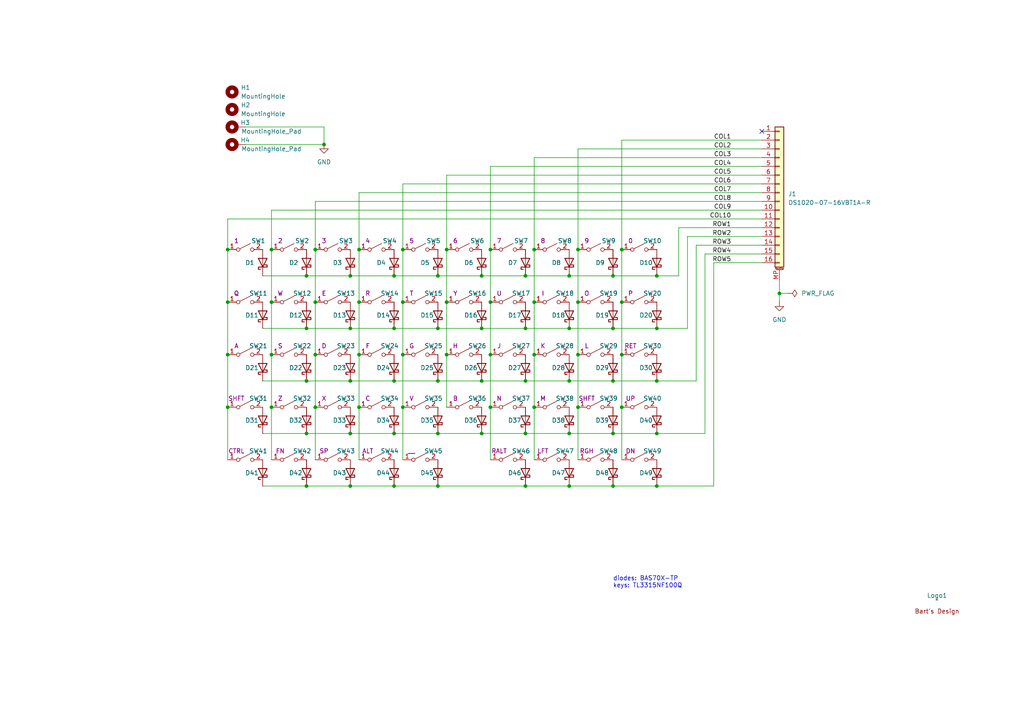
<source format=kicad_sch>
(kicad_sch (version 20231120) (generator "eeschema") (generator_version "8.0")
  (paper "A4")
  (title_block (title "EtherPointer keyboard") (date "2025-02-15") (rev "RC1") (company "Bart's Design") (comment 1 "Bartosz Pracz"))
  (lib_symbols
    (symbol "Connector_Generic_MountingPin:Conn_01x16_MountingPin" (pin_names (offset 1.016) hide)
      (property "Reference" "J" (at 0 20.32 0))
      (property "Value" "Conn_01x16_MountingPin" (at 1.27 -22.86 0))
      (symbol "Conn_01x16_MountingPin_1_1"
        (rectangle (start -1.27 -20.193) (end 0 -20.447) (stroke (width 0.1524)))
        (rectangle (start -1.27 -17.653) (end 0 -17.907) (stroke (width 0.1524)))
        (rectangle (start -1.27 -15.113) (end 0 -15.367) (stroke (width 0.1524)))
        (rectangle (start -1.27 -12.573) (end 0 -12.827) (stroke (width 0.1524)))
        (rectangle (start -1.27 -10.033) (end 0 -10.287) (stroke (width 0.1524)))
        (rectangle (start -1.27 -7.493) (end 0 -7.747) (stroke (width 0.1524)))
        (rectangle (start -1.27 -4.953) (end 0 -5.207) (stroke (width 0.1524)))
        (rectangle (start -1.27 -2.413) (end 0 -2.667) (stroke (width 0.1524)))
        (rectangle (start -1.27 0.127) (end 0 -0.127) (stroke (width 0.1524)))
        (rectangle (start -1.27 2.667) (end 0 2.413) (stroke (width 0.1524)))
        (rectangle (start -1.27 5.207) (end 0 4.953) (stroke (width 0.1524)))
        (rectangle (start -1.27 7.747) (end 0 7.493) (stroke (width 0.1524)))
        (rectangle (start -1.27 10.287) (end 0 10.033) (stroke (width 0.1524)))
        (rectangle (start -1.27 12.827) (end 0 12.573) (stroke (width 0.1524)))
        (rectangle (start -1.27 15.367) (end 0 15.113) (stroke (width 0.1524)))
        (rectangle (start -1.27 17.907) (end 0 17.653) (stroke (width 0.1524)))
        (rectangle (start -1.27 19.05) (end 1.27 -21.59) (stroke (width 0.254)) (fill (type background)))
        (polyline (pts (xy -1.016 -22.352) (xy 1.016 -22.352)) (stroke (width 0.1524)))
        (text "Mounting" (at 0 -21.971 0) (effects (font (size 0.381 0.381))))
        (pin passive line (at -5.08 17.78 0) (length 3.81) (name "Pin_1") (number "1"))
        (pin passive line (at -5.08 -5.08 0) (length 3.81) (name "Pin_10") (number "10"))
        (pin passive line (at -5.08 -7.62 0) (length 3.81) (name "Pin_11") (number "11"))
        (pin passive line (at -5.08 -10.16 0) (length 3.81) (name "Pin_12") (number "12"))
        (pin passive line (at -5.08 -12.7 0) (length 3.81) (name "Pin_13") (number "13"))
        (pin passive line (at -5.08 -15.24 0) (length 3.81) (name "Pin_14") (number "14"))
        (pin passive line (at -5.08 -17.78 0) (length 3.81) (name "Pin_15") (number "15"))
        (pin passive line (at -5.08 -20.32 0) (length 3.81) (name "Pin_16") (number "16"))
        (pin passive line (at -5.08 15.24 0) (length 3.81) (name "Pin_2") (number "2"))
        (pin passive line (at -5.08 12.7 0) (length 3.81) (name "Pin_3") (number "3"))
        (pin passive line (at -5.08 10.16 0) (length 3.81) (name "Pin_4") (number "4"))
        (pin passive line (at -5.08 7.62 0) (length 3.81) (name "Pin_5") (number "5"))
        (pin passive line (at -5.08 5.08 0) (length 3.81) (name "Pin_6") (number "6"))
        (pin passive line (at -5.08 2.54 0) (length 3.81) (name "Pin_7") (number "7"))
        (pin passive line (at -5.08 0 0) (length 3.81) (name "Pin_8") (number "8"))
        (pin passive line (at -5.08 -2.54 0) (length 3.81) (name "Pin_9") (number "9"))
        (pin passive line (at 0 -25.4 90) (length 3.048) (name "MountPin") (number "MP"))
      )
    )
    (symbol "Device:D_Schottky" (pin_numbers hide) (pin_names (offset 1.016) hide)
      (property "Reference" "D" (at 0 2.54 0))
      (property "Value" "D_Schottky" (at 0 -2.54 0))
      (symbol "D_Schottky_0_1"
        (polyline (pts (xy 1.27 0) (xy -1.27 0)))
        (polyline (pts (xy 1.27 1.27) (xy 1.27 -1.27) (xy -1.27 0) (xy 1.27 1.27)) (stroke (width 0.254)))
        (polyline (pts (xy -1.905 0.635) (xy -1.905 1.27) (xy -1.27 1.27) (xy -1.27 -1.27) (xy -0.635 -1.27) (xy -0.635 -0.635)) (stroke (width 0.254)))
      )
      (symbol "D_Schottky_1_1"
        (pin passive line (at -3.81 0 0) (length 2.54) (name "K") (number "1"))
        (pin passive line (at 3.81 0 180) (length 2.54) (name "A") (number "2"))
      )
    )
    (symbol "Mechanical:MountingHole" (pin_names (offset 1.016)) (exclude_from_sim yes) (in_bom no)
      (property "Reference" "H" (at 0 5.08 0))
      (property "Value" "MountingHole" (at 0 3.175 0))
      (symbol "MountingHole_0_1"
        (circle (center 0 0) (radius 1.27) (stroke (width 1.27)))
      )
    )
    (symbol "Mechanical:MountingHole_Pad" (pin_numbers hide) (pin_names (offset 1.016) hide) (exclude_from_sim yes) (in_bom no)
      (property "Reference" "H" (at 0 6.35 0))
      (property "Value" "MountingHole_Pad" (at 0 4.445 0))
      (symbol "MountingHole_Pad_0_1"
        (circle (center 0 1.27) (radius 1.27) (stroke (width 1.27)))
      )
      (symbol "MountingHole_Pad_1_1"
        (pin input line (at 0 -2.54 90) (length 2.54) (name "1") (number "1"))
      )
    )
    (symbol "airMouseLib:Bart's_Design_logo"
      (property "Reference" "Logo" (at 0 1.524 0))
      (symbol "Bart's_Design_logo_1_1"
        (text "Bart's Design" (at 0 -0.762 0) (effects (font (size 1.27 1.27))))
      )
    )
    (symbol "airMouseLib:KEY" (pin_names (offset 0) hide)
      (property "Reference" "SW" (at 2.54 3.048 0))
      (property "KEY" "[KEY]" (at -2.794 3.048 0))
      (symbol "KEY_0_0"
        (circle (center -2.032 0) (radius 0.508))
        (polyline (pts (xy -1.524 0.254) (xy 1.524 1.778)))
        (circle (center 2.032 0) (radius 0.508))
      )
      (symbol "KEY_1_1"
        (pin passive line (at -5.08 0 0) (length 2.54) (name "A") (number "1"))
        (pin passive line (at 5.08 0 180) (length 2.54) (name "B") (number "2"))
      )
    )
    (symbol "power:GND" (power) (pin_numbers hide) (pin_names (offset 0) hide)
      (property "Value" "GND" (at 0 -3.81 0))
      (symbol "GND_0_1"
        (polyline (pts (xy 0 0) (xy 0 -1.27) (xy 1.27 -1.27) (xy 0 -2.54) (xy -1.27 -1.27) (xy 0 -1.27)))
      )
      (symbol "GND_1_1"
        (pin power_in line (at 0 0 270) (length 0) (name "~") (number "1"))
      )
    )
    (symbol "power:PWR_FLAG" (power) (pin_numbers hide) (pin_names (offset 0) hide)
      (property "Value" "PWR_FLAG" (at 0 3.81 0))
      (symbol "PWR_FLAG_0_0"
        (pin power_out line (at 0 0 90) (length 0) (name "~") (number "1"))
      )
      (symbol "PWR_FLAG_0_1"
        (polyline (pts (xy 0 0) (xy 0 1.27) (xy -1.016 1.905) (xy 0 2.54) (xy 1.016 1.905) (xy 0 1.27)))
      )
    )
  )
  (junction (at 167.64 118.11))
  (junction (at 88.9 125.73))
  (junction (at 127 80.01))
  (junction (at 165.1 140.97))
  (junction (at 114.3 80.01))
  (junction (at 177.8 140.97))
  (junction (at 127 140.97))
  (junction (at 127 125.73))
  (junction (at 93.98 41.91))
  (junction (at 142.24 72.39))
  (junction (at 177.8 125.73))
  (junction (at 165.1 125.73))
  (junction (at 177.8 95.25))
  (junction (at 167.64 102.87))
  (junction (at 104.14 102.87))
  (junction (at 177.8 110.49))
  (junction (at 101.6 125.73))
  (junction (at 78.74 118.11))
  (junction (at 154.94 118.11))
  (junction (at 88.9 95.25))
  (junction (at 142.24 87.63))
  (junction (at 180.34 72.39))
  (junction (at 114.3 110.49))
  (junction (at 129.54 102.87))
  (junction (at 116.84 72.39))
  (junction (at 129.54 87.63))
  (junction (at 101.6 80.01))
  (junction (at 88.9 140.97))
  (junction (at 116.84 118.11))
  (junction (at 152.4 125.73))
  (junction (at 127 95.25))
  (junction (at 165.1 80.01))
  (junction (at 104.14 118.11))
  (junction (at 127 110.49))
  (junction (at 190.5 95.25))
  (junction (at 139.7 80.01))
  (junction (at 142.24 102.87))
  (junction (at 139.7 125.73))
  (junction (at 152.4 140.97))
  (junction (at 101.6 95.25))
  (junction (at 78.74 72.39))
  (junction (at 116.84 87.63))
  (junction (at 167.64 72.39))
  (junction (at 180.34 87.63))
  (junction (at 114.3 95.25))
  (junction (at 180.34 102.87))
  (junction (at 152.4 95.25))
  (junction (at 114.3 125.73))
  (junction (at 101.6 140.97))
  (junction (at 190.5 110.49))
  (junction (at 66.04 87.63))
  (junction (at 152.4 110.49))
  (junction (at 88.9 110.49))
  (junction (at 190.5 140.97))
  (junction (at 116.84 102.87))
  (junction (at 129.54 72.39))
  (junction (at 226.06 85.09))
  (junction (at 78.74 87.63))
  (junction (at 180.34 118.11))
  (junction (at 190.5 125.73))
  (junction (at 154.94 102.87))
  (junction (at 114.3 140.97))
  (junction (at 78.74 102.87))
  (junction (at 177.8 80.01))
  (junction (at 165.1 95.25))
  (junction (at 66.04 72.39))
  (junction (at 167.64 87.63))
  (junction (at 91.44 72.39))
  (junction (at 104.14 72.39))
  (junction (at 165.1 110.49))
  (junction (at 154.94 72.39))
  (junction (at 139.7 95.25))
  (junction (at 139.7 110.49))
  (junction (at 101.6 110.49))
  (junction (at 152.4 80.01))
  (junction (at 88.9 80.01))
  (junction (at 190.5 80.01))
  (junction (at 154.94 87.63))
  (junction (at 66.04 118.11))
  (junction (at 91.44 87.63))
  (junction (at 142.24 118.11))
  (junction (at 91.44 102.87))
  (junction (at 104.14 87.63))
  (junction (at 91.44 118.11))
  (junction (at 66.04 102.87))
  (no_connect (at 220.98 38.1))
  (wire (pts (xy 114.3 140.97) (xy 127 140.97)))
  (wire (pts (xy 177.8 140.97) (xy 190.5 140.97)))
  (wire (pts (xy 71.12 41.91) (xy 93.98 41.91)))
  (wire (pts (xy 154.94 72.39) (xy 154.94 87.63)))
  (wire (pts (xy 76.2 95.25) (xy 88.9 95.25)))
  (wire (pts (xy 88.9 110.49) (xy 101.6 110.49)))
  (wire (pts (xy 152.4 140.97) (xy 165.1 140.97)))
  (wire (pts (xy 101.6 110.49) (xy 114.3 110.49)))
  (wire (pts (xy 116.84 72.39) (xy 116.84 87.63)))
  (wire (pts (xy 167.64 72.39) (xy 167.64 87.63)))
  (wire (pts (xy 93.98 36.83) (xy 93.98 41.91)))
  (wire (pts (xy 180.34 40.64) (xy 220.98 40.64)))
  (wire (pts (xy 66.04 63.5) (xy 220.98 63.5)))
  (wire (pts (xy 142.24 102.87) (xy 142.24 118.11)))
  (wire (pts (xy 71.12 36.83) (xy 93.98 36.83)))
  (wire (pts (xy 167.64 87.63) (xy 167.64 102.87)))
  (wire (pts (xy 142.24 87.63) (xy 142.24 102.87)))
  (wire (pts (xy 76.2 80.01) (xy 88.9 80.01)))
  (wire (pts (xy 165.1 125.73) (xy 177.8 125.73)))
  (wire (pts (xy 127 95.25) (xy 139.7 95.25)))
  (wire (pts (xy 142.24 48.26) (xy 220.98 48.26)))
  (wire (pts (xy 88.9 140.97) (xy 101.6 140.97)))
  (wire (pts (xy 165.1 80.01) (xy 177.8 80.01)))
  (wire (pts (xy 116.84 53.34) (xy 116.84 72.39)))
  (wire (pts (xy 165.1 95.25) (xy 177.8 95.25)))
  (wire (pts (xy 66.04 118.11) (xy 66.04 133.35)))
  (wire (pts (xy 180.34 102.87) (xy 180.34 118.11)))
  (wire (pts (xy 76.2 125.73) (xy 88.9 125.73)))
  (wire (pts (xy 167.64 43.18) (xy 167.64 72.39)))
  (wire (pts (xy 91.44 102.87) (xy 91.44 118.11)))
  (wire (pts (xy 190.5 110.49) (xy 201.93 110.49)))
  (wire (pts (xy 66.04 87.63) (xy 66.04 102.87)))
  (wire (pts (xy 180.34 72.39) (xy 180.34 87.63)))
  (wire (pts (xy 180.34 118.11) (xy 180.34 133.35)))
  (wire (pts (xy 177.8 80.01) (xy 190.5 80.01)))
  (wire (pts (xy 190.5 140.97) (xy 207.01 140.97)))
  (wire (pts (xy 88.9 80.01) (xy 101.6 80.01)))
  (wire (pts (xy 201.93 71.12) (xy 220.98 71.12)))
  (wire (pts (xy 104.14 55.88) (xy 220.98 55.88)))
  (wire (pts (xy 91.44 87.63) (xy 91.44 102.87)))
  (wire (pts (xy 104.14 102.87) (xy 104.14 118.11)))
  (wire (pts (xy 180.34 87.63) (xy 180.34 102.87)))
  (wire (pts (xy 226.06 85.09) (xy 226.06 81.28)))
  (wire (pts (xy 154.94 102.87) (xy 154.94 118.11)))
  (wire (pts (xy 139.7 125.73) (xy 152.4 125.73)))
  (wire (pts (xy 88.9 125.73) (xy 101.6 125.73)))
  (wire (pts (xy 114.3 110.49) (xy 127 110.49)))
  (wire (pts (xy 114.3 80.01) (xy 127 80.01)))
  (wire (pts (xy 139.7 95.25) (xy 152.4 95.25)))
  (wire (pts (xy 129.54 50.8) (xy 129.54 72.39)))
  (wire (pts (xy 154.94 87.63) (xy 154.94 102.87)))
  (wire (pts (xy 207.01 76.2) (xy 220.98 76.2)))
  (wire (pts (xy 66.04 102.87) (xy 66.04 118.11)))
  (wire (pts (xy 139.7 80.01) (xy 152.4 80.01)))
  (wire (pts (xy 129.54 87.63) (xy 129.54 102.87)))
  (wire (pts (xy 167.64 102.87) (xy 167.64 118.11)))
  (wire (pts (xy 129.54 102.87) (xy 129.54 118.11)))
  (wire (pts (xy 104.14 118.11) (xy 104.14 133.35)))
  (wire (pts (xy 154.94 45.72) (xy 220.98 45.72)))
  (wire (pts (xy 127 140.97) (xy 152.4 140.97)))
  (wire (pts (xy 76.2 140.97) (xy 88.9 140.97)))
  (wire (pts (xy 78.74 118.11) (xy 78.74 133.35)))
  (wire (pts (xy 104.14 55.88) (xy 104.14 72.39)))
  (wire (pts (xy 142.24 48.26) (xy 142.24 72.39)))
  (wire (pts (xy 101.6 125.73) (xy 114.3 125.73)))
  (wire (pts (xy 66.04 63.5) (xy 66.04 72.39)))
  (wire (pts (xy 190.5 80.01) (xy 196.85 80.01)))
  (wire (pts (xy 180.34 40.64) (xy 180.34 72.39)))
  (wire (pts (xy 76.2 110.49) (xy 88.9 110.49)))
  (wire (pts (xy 78.74 60.96) (xy 78.74 72.39)))
  (wire (pts (xy 88.9 95.25) (xy 101.6 95.25)))
  (wire (pts (xy 152.4 95.25) (xy 165.1 95.25)))
  (wire (pts (xy 127 125.73) (xy 139.7 125.73)))
  (wire (pts (xy 116.84 102.87) (xy 116.84 118.11)))
  (wire (pts (xy 167.64 118.11) (xy 167.64 133.35)))
  (wire (pts (xy 177.8 110.49) (xy 190.5 110.49)))
  (wire (pts (xy 91.44 58.42) (xy 220.98 58.42)))
  (wire (pts (xy 91.44 72.39) (xy 91.44 87.63)))
  (wire (pts (xy 101.6 80.01) (xy 114.3 80.01)))
  (wire (pts (xy 101.6 95.25) (xy 114.3 95.25)))
  (wire (pts (xy 199.39 68.58) (xy 199.39 95.25)))
  (wire (pts (xy 127 80.01) (xy 139.7 80.01)))
  (wire (pts (xy 142.24 118.11) (xy 142.24 133.35)))
  (wire (pts (xy 114.3 95.25) (xy 127 95.25)))
  (wire (pts (xy 154.94 118.11) (xy 154.94 133.35)))
  (wire (pts (xy 91.44 118.11) (xy 91.44 133.35)))
  (wire (pts (xy 165.1 140.97) (xy 177.8 140.97)))
  (wire (pts (xy 152.4 110.49) (xy 165.1 110.49)))
  (wire (pts (xy 220.98 73.66) (xy 204.47 73.66)))
  (wire (pts (xy 165.1 110.49) (xy 177.8 110.49)))
  (wire (pts (xy 116.84 87.63) (xy 116.84 102.87)))
  (wire (pts (xy 142.24 72.39) (xy 142.24 87.63)))
  (wire (pts (xy 226.06 87.63) (xy 226.06 85.09)))
  (wire (pts (xy 127 110.49) (xy 139.7 110.49)))
  (wire (pts (xy 104.14 72.39) (xy 104.14 87.63)))
  (wire (pts (xy 66.04 72.39) (xy 66.04 87.63)))
  (wire (pts (xy 177.8 95.25) (xy 190.5 95.25)))
  (wire (pts (xy 177.8 125.73) (xy 190.5 125.73)))
  (wire (pts (xy 104.14 87.63) (xy 104.14 102.87)))
  (wire (pts (xy 190.5 95.25) (xy 199.39 95.25)))
  (wire (pts (xy 139.7 110.49) (xy 152.4 110.49)))
  (wire (pts (xy 78.74 72.39) (xy 78.74 87.63)))
  (wire (pts (xy 228.6 85.09) (xy 226.06 85.09)))
  (wire (pts (xy 190.5 125.73) (xy 204.47 125.73)))
  (wire (pts (xy 154.94 45.72) (xy 154.94 72.39)))
  (wire (pts (xy 152.4 80.01) (xy 165.1 80.01)))
  (wire (pts (xy 101.6 140.97) (xy 114.3 140.97)))
  (wire (pts (xy 204.47 73.66) (xy 204.47 125.73)))
  (wire (pts (xy 152.4 125.73) (xy 165.1 125.73)))
  (wire (pts (xy 116.84 118.11) (xy 116.84 133.35)))
  (wire (pts (xy 114.3 125.73) (xy 127 125.73)))
  (wire (pts (xy 201.93 110.49) (xy 201.93 71.12)))
  (wire (pts (xy 91.44 58.42) (xy 91.44 72.39)))
  (wire (pts (xy 78.74 87.63) (xy 78.74 102.87)))
  (wire (pts (xy 196.85 80.01) (xy 196.85 66.04)))
  (wire (pts (xy 78.74 102.87) (xy 78.74 118.11)))
  (wire (pts (xy 129.54 72.39) (xy 129.54 87.63)))
  (wire (pts (xy 167.64 43.18) (xy 220.98 43.18)))
  (wire (pts (xy 220.98 68.58) (xy 199.39 68.58)))
  (wire (pts (xy 78.74 60.96) (xy 220.98 60.96)))
  (wire (pts (xy 207.01 140.97) (xy 207.01 76.2)))
  (wire (pts (xy 129.54 50.8) (xy 220.98 50.8)))
  (wire (pts (xy 196.85 66.04) (xy 220.98 66.04)))
  (wire (pts (xy 116.84 53.34) (xy 220.98 53.34)))
  (text "diodes: BAS70X-TP\nkeys: TL3315NF100Q" (at 177.8 168.91 0) (effects (font (size 1.27 1.27)) (justify left)))
  (label "COL1" (at 212.09 40.64 180))
  (label "ROW1" (at 212.09 66.04 180))
  (label "ROW5" (at 212.09 76.2 180))
  (label "COL3" (at 212.09 45.72 180))
  (label "COL4" (at 212.09 48.26 180))
  (label "COL2" (at 212.09 43.18 180))
  (label "ROW2" (at 212.09 68.58 180))
  (label "COL8" (at 212.09 58.42 180))
  (label "COL10" (at 212.09 63.5 180))
  (label "COL9" (at 212.09 60.96 180))
  (label "ROW3" (at 212.09 71.12 180))
  (label "COL6" (at 212.09 53.34 180))
  (label "COL7" (at 212.09 55.88 180))
  (label "ROW4" (at 212.09 73.66 180))
  (label "COL5" (at 212.09 50.8 180))
  (symbol (lib_id "Device:D_Schottky") (at 76.2 137.16 90) (unit 1)
    (property "Reference" "D41" (at 71.12 137.16 90) (effects (justify right)))
    (property "Value" "BAS70X-TP" (effects (hide yes)))
    (property "Footprint" "Diode_SMD:D_SOD-523" (effects (hide yes)))
    (property "Description" "Schottky diode" (effects (hide yes)))
  )
  (symbol (lib_id "Device:D_Schottky") (at 177.8 91.44 90) (unit 1)
    (property "Reference" "D19" (at 172.72 91.44 90) (effects (justify right)))
    (property "Value" "BAS70X-TP" (effects (hide yes)))
    (property "Footprint" "Diode_SMD:D_SOD-523" (effects (hide yes)))
    (property "Description" "Schottky diode" (effects (hide yes)))
  )
  (symbol (lib_id "airMouseLib:KEY") (at 134.62 87.63 0) (unit 1)
    (property "Reference" "SW16" (at 138.43 85.09 0))
    (property "Value" "KEY" (effects (hide yes)))
    (property "Footprint" "airMouseLib:TL3315NF100Q" (effects (hide yes)))
    (property "Description" "Single Pole Single Throw (SPST) switch" (effects (hide yes)))
    (property "KEY" "Y" (at 132.08 85.09 0))
  )
  (symbol (lib_id "Mechanical:MountingHole") (at 67.31 31.75 0) (unit 1) (exclude_from_sim yes) (in_bom no)
    (property "Reference" "H2" (at 69.85 30.4799 0) (effects (justify left)))
    (property "Value" "MountingHole" (at 69.85 33.02 0) (effects (justify left)))
    (property "Footprint" "MountingHole:MountingHole_2.2mm_M2_ISO14580" (effects (hide yes)))
    (property "Description" "Mounting Hole without connection" (effects (hide yes)))
  )
  (symbol (lib_id "Device:D_Schottky") (at 190.5 121.92 90) (unit 1)
    (property "Reference" "D40" (at 185.42 121.92 90) (effects (justify right)))
    (property "Value" "BAS70X-TP" (effects (hide yes)))
    (property "Footprint" "Diode_SMD:D_SOD-523" (effects (hide yes)))
    (property "Description" "Schottky diode" (effects (hide yes)))
  )
  (symbol (lib_id "Device:D_Schottky") (at 101.6 91.44 90) (unit 1)
    (property "Reference" "D13" (at 96.52 91.44 90) (effects (justify right)))
    (property "Value" "BAS70X-TP" (effects (hide yes)))
    (property "Footprint" "Diode_SMD:D_SOD-523" (effects (hide yes)))
    (property "Description" "Schottky diode" (effects (hide yes)))
  )
  (symbol (lib_id "airMouseLib:KEY") (at 83.82 102.87 0) (unit 1)
    (property "Reference" "SW22" (at 87.63 100.33 0))
    (property "Value" "KEY" (effects (hide yes)))
    (property "Footprint" "airMouseLib:TL3315NF100Q" (effects (hide yes)))
    (property "Description" "Single Pole Single Throw (SPST) switch" (effects (hide yes)))
    (property "KEY" "S" (at 81.28 100.33 0))
  )
  (symbol (lib_id "Device:D_Schottky") (at 139.7 106.68 90) (unit 1)
    (property "Reference" "D26" (at 134.62 106.68 90) (effects (justify right)))
    (property "Value" "BAS70X-TP" (effects (hide yes)))
    (property "Footprint" "Diode_SMD:D_SOD-523" (effects (hide yes)))
    (property "Description" "Schottky diode" (effects (hide yes)))
  )
  (symbol (lib_id "Device:D_Schottky") (at 152.4 76.2 90) (unit 1)
    (property "Reference" "D7" (at 147.32 76.2 90) (effects (justify right)))
    (property "Value" "BAS70X-TP" (effects (hide yes)))
    (property "Footprint" "Diode_SMD:D_SOD-523" (effects (hide yes)))
    (property "Description" "Schottky diode" (effects (hide yes)))
  )
  (symbol (lib_id "airMouseLib:KEY") (at 83.82 87.63 0) (unit 1)
    (property "Reference" "SW12" (at 87.63 85.09 0))
    (property "Value" "KEY" (effects (hide yes)))
    (property "Footprint" "airMouseLib:TL3315NF100Q" (effects (hide yes)))
    (property "Description" "Single Pole Single Throw (SPST) switch" (effects (hide yes)))
    (property "KEY" "W" (at 81.28 85.09 0))
  )
  (symbol (lib_id "airMouseLib:KEY") (at 83.82 133.35 0) (unit 1)
    (property "Reference" "SW42" (at 87.63 130.81 0))
    (property "Value" "KEY" (effects (hide yes)))
    (property "Footprint" "airMouseLib:TL3315NF100Q" (effects (hide yes)))
    (property "Description" "Single Pole Single Throw (SPST) switch" (effects (hide yes)))
    (property "KEY" "FN" (at 81.28 130.81 0))
  )
  (symbol (lib_id "airMouseLib:KEY") (at 160.02 102.87 0) (unit 1)
    (property "Reference" "SW28" (at 163.83 100.33 0))
    (property "Value" "KEY" (effects (hide yes)))
    (property "Footprint" "airMouseLib:TL3315NF100Q" (effects (hide yes)))
    (property "Description" "Single Pole Single Throw (SPST) switch" (effects (hide yes)))
    (property "KEY" "K" (at 157.48 100.33 0))
  )
  (symbol (lib_id "airMouseLib:KEY") (at 96.52 87.63 0) (unit 1)
    (property "Reference" "SW13" (at 100.33 85.09 0))
    (property "Value" "KEY" (effects (hide yes)))
    (property "Footprint" "airMouseLib:TL3315NF100Q" (effects (hide yes)))
    (property "Description" "Single Pole Single Throw (SPST) switch" (effects (hide yes)))
    (property "KEY" "E" (at 93.98 85.09 0))
  )
  (symbol (lib_id "airMouseLib:KEY") (at 172.72 72.39 0) (unit 1)
    (property "Reference" "SW9" (at 176.53 69.85 0))
    (property "Value" "KEY" (effects (hide yes)))
    (property "Footprint" "airMouseLib:TL3315NF100Q" (effects (hide yes)))
    (property "Description" "Single Pole Single Throw (SPST) switch" (effects (hide yes)))
    (property "KEY" "9" (at 170.18 69.85 0))
  )
  (symbol (lib_id "airMouseLib:KEY") (at 109.22 102.87 0) (unit 1)
    (property "Reference" "SW24" (at 113.03 100.33 0))
    (property "Value" "KEY" (effects (hide yes)))
    (property "Footprint" "airMouseLib:TL3315NF100Q" (effects (hide yes)))
    (property "Description" "Single Pole Single Throw (SPST) switch" (effects (hide yes)))
    (property "KEY" "F" (at 106.68 100.33 0))
  )
  (symbol (lib_id "airMouseLib:KEY") (at 147.32 87.63 0) (unit 1)
    (property "Reference" "SW17" (at 151.13 85.09 0))
    (property "Value" "KEY" (effects (hide yes)))
    (property "Footprint" "airMouseLib:TL3315NF100Q" (effects (hide yes)))
    (property "Description" "Single Pole Single Throw (SPST) switch" (effects (hide yes)))
    (property "KEY" "U" (at 144.78 85.09 0))
  )
  (symbol (lib_id "Device:D_Schottky") (at 114.3 121.92 90) (unit 1)
    (property "Reference" "D34" (at 109.22 121.92 90) (effects (justify right)))
    (property "Value" "BAS70X-TP" (effects (hide yes)))
    (property "Footprint" "Diode_SMD:D_SOD-523" (effects (hide yes)))
    (property "Description" "Schottky diode" (effects (hide yes)))
  )
  (symbol (lib_id "Device:D_Schottky") (at 114.3 106.68 90) (unit 1)
    (property "Reference" "D24" (at 109.22 106.68 90) (effects (justify right)))
    (property "Value" "BAS70X-TP" (effects (hide yes)))
    (property "Footprint" "Diode_SMD:D_SOD-523" (effects (hide yes)))
    (property "Description" "Schottky diode" (effects (hide yes)))
  )
  (symbol (lib_id "power:PWR_FLAG") (at 228.6 85.09 270) (mirror x) (unit 1)
    (property "Reference" "#FLG01" (effects (hide yes)))
    (property "Value" "PWR_FLAG" (at 232.41 85.0899 90) (effects (justify left)))
    (property "Description" "Special symbol for telling ERC where power comes from" (effects (hide yes)))
  )
  (symbol (lib_id "Device:D_Schottky") (at 139.7 76.2 90) (unit 1)
    (property "Reference" "D6" (at 134.62 76.2 90) (effects (justify right)))
    (property "Value" "BAS70X-TP" (effects (hide yes)))
    (property "Footprint" "Diode_SMD:D_SOD-523" (effects (hide yes)))
    (property "Description" "Schottky diode" (effects (hide yes)))
  )
  (symbol (lib_id "airMouseLib:KEY") (at 147.32 133.35 0) (unit 1)
    (property "Reference" "SW46" (at 151.13 130.81 0))
    (property "Value" "KEY" (effects (hide yes)))
    (property "Footprint" "airMouseLib:TL3315NF100Q" (effects (hide yes)))
    (property "Description" "Single Pole Single Throw (SPST) switch" (effects (hide yes)))
    (property "KEY" "RALT" (at 144.78 130.81 0))
  )
  (symbol (lib_id "airMouseLib:KEY") (at 147.32 72.39 0) (unit 1)
    (property "Reference" "SW7" (at 151.13 69.85 0))
    (property "Value" "KEY" (effects (hide yes)))
    (property "Footprint" "airMouseLib:TL3315NF100Q" (effects (hide yes)))
    (property "Description" "Single Pole Single Throw (SPST) switch" (effects (hide yes)))
    (property "KEY" "7" (at 144.78 69.85 0))
  )
  (symbol (lib_id "Device:D_Schottky") (at 88.9 76.2 90) (unit 1)
    (property "Reference" "D2" (at 83.82 76.2 90) (effects (justify right)))
    (property "Value" "BAS70X-TP" (effects (hide yes)))
    (property "Footprint" "Diode_SMD:D_SOD-523" (effects (hide yes)))
    (property "Description" "Schottky diode" (effects (hide yes)))
  )
  (symbol (lib_id "airMouseLib:KEY") (at 71.12 72.39 0) (unit 1)
    (property "Reference" "SW1" (at 74.93 69.85 0))
    (property "Value" "KEY" (effects (hide yes)))
    (property "Footprint" "airMouseLib:TL3315NF100Q" (effects (hide yes)))
    (property "Description" "Single Pole Single Throw (SPST) switch" (effects (hide yes)))
    (property "KEY" "1" (at 68.58 69.85 0))
  )
  (symbol (lib_id "airMouseLib:KEY") (at 160.02 87.63 0) (unit 1)
    (property "Reference" "SW18" (at 163.83 85.09 0))
    (property "Value" "KEY" (effects (hide yes)))
    (property "Footprint" "airMouseLib:TL3315NF100Q" (effects (hide yes)))
    (property "Description" "Single Pole Single Throw (SPST) switch" (effects (hide yes)))
    (property "KEY" "I" (at 157.48 85.09 0))
  )
  (symbol (lib_id "Device:D_Schottky") (at 127 121.92 90) (unit 1)
    (property "Reference" "D35" (at 121.92 121.92 90) (effects (justify right)))
    (property "Value" "BAS70X-TP" (effects (hide yes)))
    (property "Footprint" "Diode_SMD:D_SOD-523" (effects (hide yes)))
    (property "Description" "Schottky diode" (effects (hide yes)))
  )
  (symbol (lib_id "airMouseLib:KEY") (at 121.92 87.63 0) (unit 1)
    (property "Reference" "SW15" (at 125.73 85.09 0))
    (property "Value" "KEY" (effects (hide yes)))
    (property "Footprint" "airMouseLib:TL3315NF100Q" (effects (hide yes)))
    (property "Description" "Single Pole Single Throw (SPST) switch" (effects (hide yes)))
    (property "KEY" "T" (at 119.38 85.09 0))
  )
  (symbol (lib_id "Mechanical:MountingHole") (at 67.31 26.67 0) (unit 1) (exclude_from_sim yes) (in_bom no)
    (property "Reference" "H1" (at 69.85 25.3999 0) (effects (justify left)))
    (property "Value" "MountingHole" (at 69.85 27.9399 0) (effects (justify left)))
    (property "Footprint" "MountingHole:MountingHole_2.2mm_M2_ISO14580" (effects (hide yes)))
    (property "Description" "Mounting Hole without connection" (effects (hide yes)))
  )
  (symbol (lib_id "Device:D_Schottky") (at 190.5 91.44 90) (unit 1)
    (property "Reference" "D20" (at 185.42 91.44 90) (effects (justify right)))
    (property "Value" "BAS70X-TP" (effects (hide yes)))
    (property "Footprint" "Diode_SMD:D_SOD-523" (effects (hide yes)))
    (property "Description" "Schottky diode" (effects (hide yes)))
  )
  (symbol (lib_id "Device:D_Schottky") (at 101.6 106.68 90) (unit 1)
    (property "Reference" "D23" (at 96.52 106.68 90) (effects (justify right)))
    (property "Value" "BAS70X-TP" (effects (hide yes)))
    (property "Footprint" "Diode_SMD:D_SOD-523" (effects (hide yes)))
    (property "Description" "Schottky diode" (effects (hide yes)))
  )
  (symbol (lib_id "Device:D_Schottky") (at 152.4 106.68 90) (unit 1)
    (property "Reference" "D27" (at 147.32 106.68 90) (effects (justify right)))
    (property "Value" "BAS70X-TP" (effects (hide yes)))
    (property "Footprint" "Diode_SMD:D_SOD-523" (effects (hide yes)))
    (property "Description" "Schottky diode" (effects (hide yes)))
  )
  (symbol (lib_id "airMouseLib:KEY") (at 172.72 133.35 0) (unit 1)
    (property "Reference" "SW48" (at 176.53 130.81 0))
    (property "Value" "KEY" (effects (hide yes)))
    (property "Footprint" "airMouseLib:TL3315NF100Q" (effects (hide yes)))
    (property "Description" "Single Pole Single Throw (SPST) switch" (effects (hide yes)))
    (property "KEY" "RGH" (at 170.18 130.81 0))
  )
  (symbol (lib_id "airMouseLib:KEY") (at 83.82 118.11 0) (unit 1)
    (property "Reference" "SW32" (at 87.63 115.57 0))
    (property "Value" "KEY" (effects (hide yes)))
    (property "Footprint" "airMouseLib:TL3315NF100Q" (effects (hide yes)))
    (property "Description" "Single Pole Single Throw (SPST) switch" (effects (hide yes)))
    (property "KEY" "Z" (at 81.28 115.57 0))
  )
  (symbol (lib_id "airMouseLib:KEY") (at 109.22 87.63 0) (unit 1)
    (property "Reference" "SW14" (at 113.03 85.09 0))
    (property "Value" "KEY" (effects (hide yes)))
    (property "Footprint" "airMouseLib:TL3315NF100Q" (effects (hide yes)))
    (property "Description" "Single Pole Single Throw (SPST) switch" (effects (hide yes)))
    (property "KEY" "R" (at 106.68 85.09 0))
  )
  (symbol (lib_id "airMouseLib:KEY") (at 185.42 102.87 0) (unit 1)
    (property "Reference" "SW30" (at 189.23 100.33 0))
    (property "Value" "KEY" (effects (hide yes)))
    (property "Footprint" "airMouseLib:TL3315NF100Q" (effects (hide yes)))
    (property "Description" "Single Pole Single Throw (SPST) switch" (effects (hide yes)))
    (property "KEY" "RET" (at 182.88 100.33 0))
  )
  (symbol (lib_id "airMouseLib:KEY") (at 71.12 87.63 0) (unit 1)
    (property "Reference" "SW11" (at 74.93 85.09 0))
    (property "Value" "KEY" (effects (hide yes)))
    (property "Footprint" "airMouseLib:TL3315NF100Q" (effects (hide yes)))
    (property "Description" "Single Pole Single Throw (SPST) switch" (effects (hide yes)))
    (property "KEY" "Q" (at 68.58 85.09 0))
  )
  (symbol (lib_id "airMouseLib:KEY") (at 96.52 102.87 0) (unit 1)
    (property "Reference" "SW23" (at 100.33 100.33 0))
    (property "Value" "KEY" (effects (hide yes)))
    (property "Footprint" "airMouseLib:TL3315NF100Q" (effects (hide yes)))
    (property "Description" "Single Pole Single Throw (SPST) switch" (effects (hide yes)))
    (property "KEY" "D" (at 93.98 100.33 0))
  )
  (symbol (lib_id "Device:D_Schottky") (at 88.9 121.92 90) (unit 1)
    (property "Reference" "D32" (at 83.82 121.92 90) (effects (justify right)))
    (property "Value" "BAS70X-TP" (effects (hide yes)))
    (property "Footprint" "Diode_SMD:D_SOD-523" (effects (hide yes)))
    (property "Description" "Schottky diode" (effects (hide yes)))
  )
  (symbol (lib_id "Mechanical:MountingHole_Pad") (at 68.58 41.91 90) (unit 1) (exclude_from_sim yes) (in_bom no)
    (property "Reference" "H4" (at 71.12 40.64 90))
    (property "Value" "MountingHole_Pad" (at 78.74 43.18 90))
    (property "Footprint" "MountingHole:MountingHole_2.2mm_M2_ISO14580_Pad" (effects (hide yes)))
    (property "Description" "Mounting Hole with connection" (effects (hide yes)))
  )
  (symbol (lib_id "Device:D_Schottky") (at 114.3 137.16 90) (unit 1)
    (property "Reference" "D44" (at 109.22 137.16 90) (effects (justify right)))
    (property "Value" "BAS70X-TP" (effects (hide yes)))
    (property "Footprint" "Diode_SMD:D_SOD-523" (effects (hide yes)))
    (property "Description" "Schottky diode" (effects (hide yes)))
  )
  (symbol (lib_id "Device:D_Schottky") (at 101.6 121.92 90) (unit 1)
    (property "Reference" "D33" (at 96.52 121.92 90) (effects (justify right)))
    (property "Value" "BAS70X-TP" (effects (hide yes)))
    (property "Footprint" "Diode_SMD:D_SOD-523" (effects (hide yes)))
    (property "Description" "Schottky diode" (effects (hide yes)))
  )
  (symbol (lib_id "airMouseLib:KEY") (at 160.02 72.39 0) (unit 1)
    (property "Reference" "SW8" (at 163.83 69.85 0))
    (property "Value" "KEY" (effects (hide yes)))
    (property "Footprint" "airMouseLib:TL3315NF100Q" (effects (hide yes)))
    (property "Description" "Single Pole Single Throw (SPST) switch" (effects (hide yes)))
    (property "KEY" "8" (at 157.48 69.85 0))
  )
  (symbol (lib_id "Device:D_Schottky") (at 165.1 76.2 90) (unit 1)
    (property "Reference" "D8" (at 160.02 76.2 90) (effects (justify right)))
    (property "Value" "BAS70X-TP" (effects (hide yes)))
    (property "Footprint" "Diode_SMD:D_SOD-523" (effects (hide yes)))
    (property "Description" "Schottky diode" (effects (hide yes)))
  )
  (symbol (lib_id "airMouseLib:KEY") (at 147.32 102.87 0) (unit 1)
    (property "Reference" "SW27" (at 151.13 100.33 0))
    (property "Value" "KEY" (effects (hide yes)))
    (property "Footprint" "airMouseLib:TL3315NF100Q" (effects (hide yes)))
    (property "Description" "Single Pole Single Throw (SPST) switch" (effects (hide yes)))
    (property "KEY" "J" (at 144.78 100.33 0))
  )
  (symbol (lib_id "airMouseLib:KEY") (at 185.42 87.63 0) (unit 1)
    (property "Reference" "SW20" (at 189.23 85.09 0))
    (property "Value" "KEY" (effects (hide yes)))
    (property "Footprint" "airMouseLib:TL3315NF100Q" (effects (hide yes)))
    (property "Description" "Single Pole Single Throw (SPST) switch" (effects (hide yes)))
    (property "KEY" "P" (at 182.88 85.09 0))
  )
  (symbol (lib_id "Mechanical:MountingHole_Pad") (at 68.58 36.83 90) (unit 1) (exclude_from_sim yes) (in_bom no)
    (property "Reference" "H3" (at 71.12 35.56 90))
    (property "Value" "MountingHole_Pad" (at 78.74 38.1 90))
    (property "Footprint" "MountingHole:MountingHole_2.2mm_M2_ISO14580_Pad" (effects (hide yes)))
    (property "Description" "Mounting Hole with connection" (effects (hide yes)))
  )
  (symbol (lib_id "airMouseLib:KEY") (at 121.92 133.35 0) (unit 1)
    (property "Reference" "SW45" (at 125.73 130.81 0))
    (property "Value" "KEY" (effects (hide yes)))
    (property "Footprint" "airMouseLib:TL3315NF100Q" (effects (hide yes)))
    (property "Description" "Single Pole Single Throw (SPST) switch" (effects (hide yes)))
    (property "KEY" "__" (at 119.38 130.81 0))
  )
  (symbol (lib_id "airMouseLib:KEY") (at 134.62 118.11 0) (unit 1)
    (property "Reference" "SW36" (at 138.43 115.57 0))
    (property "Value" "KEY" (effects (hide yes)))
    (property "Footprint" "airMouseLib:TL3315NF100Q" (effects (hide yes)))
    (property "Description" "Single Pole Single Throw (SPST) switch" (effects (hide yes)))
    (property "KEY" "B" (at 132.08 115.57 0))
  )
  (symbol (lib_id "Device:D_Schottky") (at 76.2 91.44 90) (unit 1)
    (property "Reference" "D11" (at 71.12 91.44 90) (effects (justify right)))
    (property "Value" "BAS70X-TP" (effects (hide yes)))
    (property "Footprint" "Diode_SMD:D_SOD-523" (effects (hide yes)))
    (property "Description" "Schottky diode" (effects (hide yes)))
  )
  (symbol (lib_id "airMouseLib:KEY") (at 185.42 133.35 0) (unit 1)
    (property "Reference" "SW49" (at 189.23 130.81 0))
    (property "Value" "KEY" (effects (hide yes)))
    (property "Footprint" "airMouseLib:TL3315NF100Q" (effects (hide yes)))
    (property "Description" "Single Pole Single Throw (SPST) switch" (effects (hide yes)))
    (property "KEY" "DN" (at 182.88 130.81 0))
  )
  (symbol (lib_id "airMouseLib:KEY") (at 134.62 72.39 0) (unit 1)
    (property "Reference" "SW6" (at 138.43 69.85 0))
    (property "Value" "KEY" (effects (hide yes)))
    (property "Footprint" "airMouseLib:TL3315NF100Q" (effects (hide yes)))
    (property "Description" "Single Pole Single Throw (SPST) switch" (effects (hide yes)))
    (property "KEY" "6" (at 132.08 69.85 0))
  )
  (symbol (lib_id "Device:D_Schottky") (at 177.8 121.92 90) (unit 1)
    (property "Reference" "D39" (at 172.72 121.92 90) (effects (justify right)))
    (property "Value" "BAS70X-TP" (effects (hide yes)))
    (property "Footprint" "Diode_SMD:D_SOD-523" (effects (hide yes)))
    (property "Description" "Schottky diode" (effects (hide yes)))
  )
  (symbol (lib_id "airMouseLib:KEY") (at 172.72 87.63 0) (unit 1)
    (property "Reference" "SW19" (at 176.53 85.09 0))
    (property "Value" "KEY" (effects (hide yes)))
    (property "Footprint" "airMouseLib:TL3315NF100Q" (effects (hide yes)))
    (property "Description" "Single Pole Single Throw (SPST) switch" (effects (hide yes)))
    (property "KEY" "O" (at 170.18 85.09 0))
  )
  (symbol (lib_id "airMouseLib:KEY") (at 96.52 72.39 0) (unit 1)
    (property "Reference" "SW3" (at 100.33 69.85 0))
    (property "Value" "KEY" (effects (hide yes)))
    (property "Footprint" "airMouseLib:TL3315NF100Q" (effects (hide yes)))
    (property "Description" "Single Pole Single Throw (SPST) switch" (effects (hide yes)))
    (property "KEY" "3" (at 93.98 69.85 0))
  )
  (symbol (lib_id "power:GND") (at 226.06 87.63 0) (mirror y) (unit 1)
    (property "Reference" "#PWR01" (effects (hide yes)))
    (property "Value" "GND" (at 226.06 92.71 0))
    (property "Description" "Power symbol creates a global label with name \"GND\" , ground" (effects (hide yes)))
  )
  (symbol (lib_id "airMouseLib:KEY") (at 71.12 102.87 0) (unit 1)
    (property "Reference" "SW21" (at 74.93 100.33 0))
    (property "Value" "KEY" (effects (hide yes)))
    (property "Footprint" "airMouseLib:TL3315NF100Q" (effects (hide yes)))
    (property "Description" "Single Pole Single Throw (SPST) switch" (effects (hide yes)))
    (property "KEY" "A" (at 68.58 100.33 0))
  )
  (symbol (lib_id "Device:D_Schottky") (at 101.6 137.16 90) (unit 1)
    (property "Reference" "D43" (at 96.52 137.16 90) (effects (justify right)))
    (property "Value" "BAS70X-TP" (effects (hide yes)))
    (property "Footprint" "Diode_SMD:D_SOD-523" (effects (hide yes)))
    (property "Description" "Schottky diode" (effects (hide yes)))
  )
  (symbol (lib_id "Device:D_Schottky") (at 88.9 137.16 90) (unit 1)
    (property "Reference" "D42" (at 83.82 137.16 90) (effects (justify right)))
    (property "Value" "BAS70X-TP" (effects (hide yes)))
    (property "Footprint" "Diode_SMD:D_SOD-523" (effects (hide yes)))
    (property "Description" "Schottky diode" (effects (hide yes)))
  )
  (symbol (lib_id "airMouseLib:Bart's_Design_logo") (at 271.78 176.53 0) (unit 1)
    (property "Reference" "Logo1" (at 271.78 172.72 0))
    (property "Value" "~" (at 271.78 173.99 0))
    (property "Footprint" "airMouseLib:Bart's Design 30mm" (effects (hide yes)))
  )
  (symbol (lib_id "Device:D_Schottky") (at 152.4 91.44 90) (unit 1)
    (property "Reference" "D17" (at 147.32 91.44 90) (effects (justify right)))
    (property "Value" "BAS70X-TP" (effects (hide yes)))
    (property "Footprint" "Diode_SMD:D_SOD-523" (effects (hide yes)))
    (property "Description" "Schottky diode" (effects (hide yes)))
  )
  (symbol (lib_id "airMouseLib:KEY") (at 96.52 133.35 0) (unit 1)
    (property "Reference" "SW43" (at 100.33 130.81 0))
    (property "Value" "KEY" (effects (hide yes)))
    (property "Footprint" "airMouseLib:TL3315NF100Q" (effects (hide yes)))
    (property "Description" "Single Pole Single Throw (SPST) switch" (effects (hide yes)))
    (property "KEY" "SP" (at 93.98 130.81 0))
  )
  (symbol (lib_id "Device:D_Schottky") (at 177.8 106.68 90) (unit 1)
    (property "Reference" "D29" (at 172.72 106.68 90) (effects (justify right)))
    (property "Value" "BAS70X-TP" (effects (hide yes)))
    (property "Footprint" "Diode_SMD:D_SOD-523" (effects (hide yes)))
    (property "Description" "Schottky diode" (effects (hide yes)))
  )
  (symbol (lib_id "Device:D_Schottky") (at 190.5 76.2 90) (unit 1)
    (property "Reference" "D10" (at 185.42 76.2 90) (effects (justify right)))
    (property "Value" "BAS70X-TP" (effects (hide yes)))
    (property "Footprint" "Diode_SMD:D_SOD-523" (effects (hide yes)))
    (property "Description" "Schottky diode" (effects (hide yes)))
  )
  (symbol (lib_id "airMouseLib:KEY") (at 109.22 118.11 0) (unit 1)
    (property "Reference" "SW34" (at 113.03 115.57 0))
    (property "Value" "KEY" (effects (hide yes)))
    (property "Footprint" "airMouseLib:TL3315NF100Q" (effects (hide yes)))
    (property "Description" "Single Pole Single Throw (SPST) switch" (effects (hide yes)))
    (property "KEY" "C" (at 106.68 115.57 0))
  )
  (symbol (lib_id "airMouseLib:KEY") (at 185.42 72.39 0) (unit 1)
    (property "Reference" "SW10" (at 189.23 69.85 0))
    (property "Value" "KEY" (effects (hide yes)))
    (property "Footprint" "airMouseLib:TL3315NF100Q" (effects (hide yes)))
    (property "Description" "Single Pole Single Throw (SPST) switch" (effects (hide yes)))
    (property "KEY" "0" (at 182.88 69.85 0))
  )
  (symbol (lib_id "Device:D_Schottky") (at 190.5 106.68 90) (unit 1)
    (property "Reference" "D30" (at 185.42 106.68 90) (effects (justify right)))
    (property "Value" "BAS70X-TP" (effects (hide yes)))
    (property "Footprint" "Diode_SMD:D_SOD-523" (effects (hide yes)))
    (property "Description" "Schottky diode" (effects (hide yes)))
  )
  (symbol (lib_id "Connector_Generic_MountingPin:Conn_01x16_MountingPin") (at 226.06 55.88 0) (unit 1)
    (property "Reference" "J1" (at 228.6 56.2355 0) (effects (justify left)))
    (property "Value" "DS1020-07-16VBT1A-R" (at 228.6 58.7755 0) (effects (justify left)))
    (property "Footprint" "airMouseLib:DS1020-07-16VBT1A-R" (effects (hide yes)))
    (property "Description" "Generic connectable mounting pin connector, single row, 01x16, script generated (kicad-library-utils/schlib/autogen/connector/)" (effects (hide yes)))
  )
  (symbol (lib_id "airMouseLib:KEY") (at 160.02 118.11 0) (unit 1)
    (property "Reference" "SW38" (at 163.83 115.57 0))
    (property "Value" "KEY" (effects (hide yes)))
    (property "Footprint" "airMouseLib:TL3315NF100Q" (effects (hide yes)))
    (property "Description" "Single Pole Single Throw (SPST) switch" (effects (hide yes)))
    (property "KEY" "M" (at 157.48 115.57 0))
  )
  (symbol (lib_id "airMouseLib:KEY") (at 109.22 72.39 0) (unit 1)
    (property "Reference" "SW4" (at 113.03 69.85 0))
    (property "Value" "KEY" (effects (hide yes)))
    (property "Footprint" "airMouseLib:TL3315NF100Q" (effects (hide yes)))
    (property "Description" "Single Pole Single Throw (SPST) switch" (effects (hide yes)))
    (property "KEY" "4" (at 106.68 69.85 0))
  )
  (symbol (lib_id "airMouseLib:KEY") (at 147.32 118.11 0) (unit 1)
    (property "Reference" "SW37" (at 151.13 115.57 0))
    (property "Value" "KEY" (effects (hide yes)))
    (property "Footprint" "airMouseLib:TL3315NF100Q" (effects (hide yes)))
    (property "Description" "Single Pole Single Throw (SPST) switch" (effects (hide yes)))
    (property "KEY" "N" (at 144.78 115.57 0))
  )
  (symbol (lib_id "airMouseLib:KEY") (at 185.42 118.11 0) (unit 1)
    (property "Reference" "SW40" (at 189.23 115.57 0))
    (property "Value" "KEY" (effects (hide yes)))
    (property "Footprint" "airMouseLib:TL3315NF100Q" (effects (hide yes)))
    (property "Description" "Single Pole Single Throw (SPST) switch" (effects (hide yes)))
    (property "KEY" "UP" (at 182.88 115.57 0))
  )
  (symbol (lib_id "Device:D_Schottky") (at 127 76.2 90) (unit 1)
    (property "Reference" "D5" (at 121.92 76.2 90) (effects (justify right)))
    (property "Value" "BAS70X-TP" (effects (hide yes)))
    (property "Footprint" "Diode_SMD:D_SOD-523" (effects (hide yes)))
    (property "Description" "Schottky diode" (effects (hide yes)))
  )
  (symbol (lib_id "airMouseLib:KEY") (at 172.72 118.11 0) (unit 1)
    (property "Reference" "SW39" (at 176.53 115.57 0))
    (property "Value" "KEY" (effects (hide yes)))
    (property "Footprint" "airMouseLib:TL3315NF100Q" (effects (hide yes)))
    (property "Description" "Single Pole Single Throw (SPST) switch" (effects (hide yes)))
    (property "KEY" "SHFT" (at 170.18 115.57 0))
  )
  (symbol (lib_id "Device:D_Schottky") (at 165.1 91.44 90) (unit 1)
    (property "Reference" "D18" (at 160.02 91.44 90) (effects (justify right)))
    (property "Value" "BAS70X-TP" (effects (hide yes)))
    (property "Footprint" "Diode_SMD:D_SOD-523" (effects (hide yes)))
    (property "Description" "Schottky diode" (effects (hide yes)))
  )
  (symbol (lib_id "Device:D_Schottky") (at 177.8 76.2 90) (unit 1)
    (property "Reference" "D9" (at 172.72 76.2 90) (effects (justify right)))
    (property "Value" "BAS70X-TP" (effects (hide yes)))
    (property "Footprint" "Diode_SMD:D_SOD-523" (effects (hide yes)))
    (property "Description" "Schottky diode" (effects (hide yes)))
  )
  (symbol (lib_id "Device:D_Schottky") (at 139.7 121.92 90) (unit 1)
    (property "Reference" "D36" (at 134.62 121.92 90) (effects (justify right)))
    (property "Value" "BAS70X-TP" (effects (hide yes)))
    (property "Footprint" "Diode_SMD:D_SOD-523" (effects (hide yes)))
    (property "Description" "Schottky diode" (effects (hide yes)))
  )
  (symbol (lib_id "airMouseLib:KEY") (at 121.92 118.11 0) (unit 1)
    (property "Reference" "SW35" (at 125.73 115.57 0))
    (property "Value" "KEY" (effects (hide yes)))
    (property "Footprint" "airMouseLib:TL3315NF100Q" (effects (hide yes)))
    (property "Description" "Single Pole Single Throw (SPST) switch" (effects (hide yes)))
    (property "KEY" "V" (at 119.38 115.57 0))
  )
  (symbol (lib_id "Device:D_Schottky") (at 114.3 76.2 90) (unit 1)
    (property "Reference" "D4" (at 109.22 76.2 90) (effects (justify right)))
    (property "Value" "BAS70X-TP" (effects (hide yes)))
    (property "Footprint" "Diode_SMD:D_SOD-523" (effects (hide yes)))
    (property "Description" "Schottky diode" (effects (hide yes)))
  )
  (symbol (lib_id "Device:D_Schottky") (at 127 106.68 90) (unit 1)
    (property "Reference" "D25" (at 121.92 106.68 90) (effects (justify right)))
    (property "Value" "BAS70X-TP" (effects (hide yes)))
    (property "Footprint" "Diode_SMD:D_SOD-523" (effects (hide yes)))
    (property "Description" "Schottky diode" (effects (hide yes)))
  )
  (symbol (lib_id "Device:D_Schottky") (at 177.8 137.16 90) (unit 1)
    (property "Reference" "D48" (at 172.72 137.16 90) (effects (justify right)))
    (property "Value" "BAS70X-TP" (effects (hide yes)))
    (property "Footprint" "Diode_SMD:D_SOD-523" (effects (hide yes)))
    (property "Description" "Schottky diode" (effects (hide yes)))
  )
  (symbol (lib_id "airMouseLib:KEY") (at 160.02 133.35 0) (unit 1)
    (property "Reference" "SW47" (at 163.83 130.81 0))
    (property "Value" "KEY" (effects (hide yes)))
    (property "Footprint" "airMouseLib:TL3315NF100Q" (effects (hide yes)))
    (property "Description" "Single Pole Single Throw (SPST) switch" (effects (hide yes)))
    (property "KEY" "LFT" (at 157.48 130.81 0))
  )
  (symbol (lib_id "Device:D_Schottky") (at 127 137.16 90) (unit 1)
    (property "Reference" "D45" (at 121.92 137.16 90) (effects (justify right)))
    (property "Value" "BAS70X-TP" (effects (hide yes)))
    (property "Footprint" "Diode_SMD:D_SOD-523" (effects (hide yes)))
    (property "Description" "Schottky diode" (effects (hide yes)))
  )
  (symbol (lib_id "airMouseLib:KEY") (at 71.12 133.35 0) (unit 1)
    (property "Reference" "SW41" (at 74.93 130.81 0))
    (property "Value" "KEY" (effects (hide yes)))
    (property "Footprint" "airMouseLib:TL3315NF100Q" (effects (hide yes)))
    (property "Description" "Single Pole Single Throw (SPST) switch" (effects (hide yes)))
    (property "KEY" "CTRL" (at 68.58 130.81 0))
  )
  (symbol (lib_id "Device:D_Schottky") (at 101.6 76.2 90) (unit 1)
    (property "Reference" "D3" (at 96.52 76.2 90) (effects (justify right)))
    (property "Value" "BAS70X-TP" (effects (hide yes)))
    (property "Footprint" "Diode_SMD:D_SOD-523" (effects (hide yes)))
    (property "Description" "Schottky diode" (effects (hide yes)))
  )
  (symbol (lib_id "Device:D_Schottky") (at 139.7 91.44 90) (unit 1)
    (property "Reference" "D16" (at 134.62 91.44 90) (effects (justify right)))
    (property "Value" "BAS70X-TP" (effects (hide yes)))
    (property "Footprint" "Diode_SMD:D_SOD-523" (effects (hide yes)))
    (property "Description" "Schottky diode" (effects (hide yes)))
  )
  (symbol (lib_id "airMouseLib:KEY") (at 71.12 118.11 0) (unit 1)
    (property "Reference" "SW31" (at 74.93 115.57 0))
    (property "Value" "KEY" (effects (hide yes)))
    (property "Footprint" "airMouseLib:TL3315NF100Q" (effects (hide yes)))
    (property "Description" "Single Pole Single Throw (SPST) switch" (effects (hide yes)))
    (property "KEY" "SHFT" (at 68.58 115.57 0))
  )
  (symbol (lib_id "Device:D_Schottky") (at 76.2 121.92 90) (unit 1)
    (property "Reference" "D31" (at 71.12 121.92 90) (effects (justify right)))
    (property "Value" "BAS70X-TP" (effects (hide yes)))
    (property "Footprint" "Diode_SMD:D_SOD-523" (effects (hide yes)))
    (property "Description" "Schottky diode" (effects (hide yes)))
  )
  (symbol (lib_id "airMouseLib:KEY") (at 121.92 72.39 0) (unit 1)
    (property "Reference" "SW5" (at 125.73 69.85 0))
    (property "Value" "KEY" (effects (hide yes)))
    (property "Footprint" "airMouseLib:TL3315NF100Q" (effects (hide yes)))
    (property "Description" "Single Pole Single Throw (SPST) switch" (effects (hide yes)))
    (property "KEY" "5" (at 119.38 69.85 0))
  )
  (symbol (lib_id "airMouseLib:KEY") (at 121.92 102.87 0) (unit 1)
    (property "Reference" "SW25" (at 125.73 100.33 0))
    (property "Value" "KEY" (effects (hide yes)))
    (property "Footprint" "airMouseLib:TL3315NF100Q" (effects (hide yes)))
    (property "Description" "Single Pole Single Throw (SPST) switch" (effects (hide yes)))
    (property "KEY" "G" (at 119.38 100.33 0))
  )
  (symbol (lib_id "Device:D_Schottky") (at 152.4 137.16 90) (unit 1)
    (property "Reference" "D46" (at 147.32 137.16 90) (effects (justify right)))
    (property "Value" "BAS70X-TP" (effects (hide yes)))
    (property "Footprint" "Diode_SMD:D_SOD-523" (effects (hide yes)))
    (property "Description" "Schottky diode" (effects (hide yes)))
  )
  (symbol (lib_id "power:GND") (at 93.98 41.91 0) (unit 1)
    (property "Reference" "#PWR02" (effects (hide yes)))
    (property "Value" "GND" (at 93.98 46.99 0))
    (property "Description" "Power symbol creates a global label with name \"GND\" , ground" (effects (hide yes)))
  )
  (symbol (lib_id "airMouseLib:KEY") (at 83.82 72.39 0) (unit 1)
    (property "Reference" "SW2" (at 87.63 69.85 0))
    (property "Value" "KEY" (effects (hide yes)))
    (property "Footprint" "airMouseLib:TL3315NF100Q" (effects (hide yes)))
    (property "Description" "Single Pole Single Throw (SPST) switch" (effects (hide yes)))
    (property "KEY" "2" (at 81.28 69.85 0))
  )
  (symbol (lib_id "Device:D_Schottky") (at 165.1 121.92 90) (unit 1)
    (property "Reference" "D38" (at 160.02 121.92 90) (effects (justify right)))
    (property "Value" "BAS70X-TP" (effects (hide yes)))
    (property "Footprint" "Diode_SMD:D_SOD-523" (effects (hide yes)))
    (property "Description" "Schottky diode" (effects (hide yes)))
  )
  (symbol (lib_id "airMouseLib:KEY") (at 172.72 102.87 0) (unit 1)
    (property "Reference" "SW29" (at 176.53 100.33 0))
    (property "Value" "KEY" (effects (hide yes)))
    (property "Footprint" "airMouseLib:TL3315NF100Q" (effects (hide yes)))
    (property "Description" "Single Pole Single Throw (SPST) switch" (effects (hide yes)))
    (property "KEY" "L" (at 170.18 100.33 0))
  )
  (symbol (lib_id "Device:D_Schottky") (at 114.3 91.44 90) (unit 1)
    (property "Reference" "D14" (at 109.22 91.44 90) (effects (justify right)))
    (property "Value" "BAS70X-TP" (effects (hide yes)))
    (property "Footprint" "Diode_SMD:D_SOD-523" (effects (hide yes)))
    (property "Description" "Schottky diode" (effects (hide yes)))
  )
  (symbol (lib_id "Device:D_Schottky") (at 76.2 106.68 90) (unit 1)
    (property "Reference" "D21" (at 71.12 106.68 90) (effects (justify right)))
    (property "Value" "BAS70X-TP" (effects (hide yes)))
    (property "Footprint" "Diode_SMD:D_SOD-523" (effects (hide yes)))
    (property "Description" "Schottky diode" (effects (hide yes)))
  )
  (symbol (lib_id "Device:D_Schottky") (at 76.2 76.2 90) (unit 1)
    (property "Reference" "D1" (at 71.12 76.2 90) (effects (justify right)))
    (property "Value" "BAS70X-TP" (effects (hide yes)))
    (property "Footprint" "Diode_SMD:D_SOD-523" (effects (hide yes)))
    (property "Description" "Schottky diode" (effects (hide yes)))
  )
  (symbol (lib_id "Device:D_Schottky") (at 165.1 106.68 90) (unit 1)
    (property "Reference" "D28" (at 160.02 106.68 90) (effects (justify right)))
    (property "Value" "BAS70X-TP" (effects (hide yes)))
    (property "Footprint" "Diode_SMD:D_SOD-523" (effects (hide yes)))
    (property "Description" "Schottky diode" (effects (hide yes)))
  )
  (symbol (lib_id "Device:D_Schottky") (at 127 91.44 90) (unit 1)
    (property "Reference" "D15" (at 121.92 91.44 90) (effects (justify right)))
    (property "Value" "BAS70X-TP" (effects (hide yes)))
    (property "Footprint" "Diode_SMD:D_SOD-523" (effects (hide yes)))
    (property "Description" "Schottky diode" (effects (hide yes)))
  )
  (symbol (lib_id "Device:D_Schottky") (at 165.1 137.16 90) (unit 1)
    (property "Reference" "D47" (at 160.02 137.16 90) (effects (justify right)))
    (property "Value" "BAS70X-TP" (effects (hide yes)))
    (property "Footprint" "Diode_SMD:D_SOD-523" (effects (hide yes)))
    (property "Description" "Schottky diode" (effects (hide yes)))
  )
  (symbol (lib_id "Device:D_Schottky") (at 88.9 106.68 90) (unit 1)
    (property "Reference" "D22" (at 83.82 106.68 90) (effects (justify right)))
    (property "Value" "BAS70X-TP" (effects (hide yes)))
    (property "Footprint" "Diode_SMD:D_SOD-523" (effects (hide yes)))
    (property "Description" "Schottky diode" (effects (hide yes)))
  )
  (symbol (lib_id "airMouseLib:KEY") (at 134.62 102.87 0) (unit 1)
    (property "Reference" "SW26" (at 138.43 100.33 0))
    (property "Value" "KEY" (effects (hide yes)))
    (property "Footprint" "airMouseLib:TL3315NF100Q" (effects (hide yes)))
    (property "Description" "Single Pole Single Throw (SPST) switch" (effects (hide yes)))
    (property "KEY" "H" (at 132.08 100.33 0))
  )
  (symbol (lib_id "airMouseLib:KEY") (at 109.22 133.35 0) (unit 1)
    (property "Reference" "SW44" (at 113.03 130.81 0))
    (property "Value" "KEY" (effects (hide yes)))
    (property "Footprint" "airMouseLib:TL3315NF100Q" (effects (hide yes)))
    (property "Description" "Single Pole Single Throw (SPST) switch" (effects (hide yes)))
    (property "KEY" "ALT" (at 106.68 130.81 0))
  )
  (symbol (lib_id "Device:D_Schottky") (at 190.5 137.16 90) (unit 1)
    (property "Reference" "D49" (at 185.42 137.16 90) (effects (justify right)))
    (property "Value" "BAS70X-TP" (effects (hide yes)))
    (property "Footprint" "Diode_SMD:D_SOD-523" (effects (hide yes)))
    (property "Description" "Schottky diode" (effects (hide yes)))
  )
  (symbol (lib_id "airMouseLib:KEY") (at 96.52 118.11 0) (unit 1)
    (property "Reference" "SW33" (at 100.33 115.57 0))
    (property "Value" "KEY" (effects (hide yes)))
    (property "Footprint" "airMouseLib:TL3315NF100Q" (effects (hide yes)))
    (property "Description" "Single Pole Single Throw (SPST) switch" (effects (hide yes)))
    (property "KEY" "X" (at 93.98 115.57 0))
  )
  (symbol (lib_id "Device:D_Schottky") (at 88.9 91.44 90) (unit 1)
    (property "Reference" "D12" (at 83.82 91.44 90) (effects (justify right)))
    (property "Value" "BAS70X-TP" (effects (hide yes)))
    (property "Footprint" "Diode_SMD:D_SOD-523" (effects (hide yes)))
    (property "Description" "Schottky diode" (effects (hide yes)))
  )
  (symbol (lib_id "Device:D_Schottky") (at 152.4 121.92 90) (unit 1)
    (property "Reference" "D37" (at 147.32 121.92 90) (effects (justify right)))
    (property "Value" "BAS70X-TP" (effects (hide yes)))
    (property "Footprint" "Diode_SMD:D_SOD-523" (effects (hide yes)))
    (property "Description" "Schottky diode" (effects (hide yes)))
  )
)
</source>
